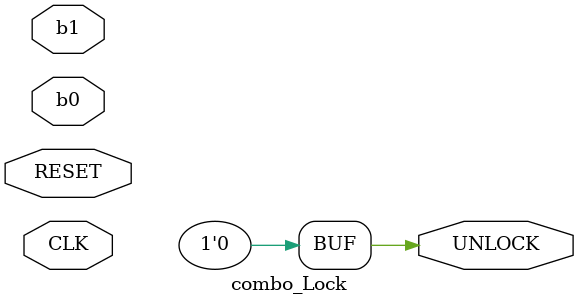
<source format=v>
`timescale 1ns / 1ps

module combo_Lock
(
    input CLK, RESET,
    input b0, b1,
    output reg UNLOCK
    
);
    localparam s0 = 3'b000, s1 = 3'b001, 
                s2 = 3'b010, s3 = 3'b011, s4 = 3'b100;
    
    initial UNLOCK = 0;
    
    reg [2 : 0] current_state, next_state;
    
    // State Registers
    always @ (posedge CLK or posedge RESET)
    begin
        if(RESET) current_state <= s0;
        else current_state <= next_state;
    end
    
    // Next State Logic
    always @ (current_state or b0 or b1)
    begin
        case(current_state)
            s0: if(b0)
                    next_state = s1;
                else if(b1)
                    next_state = s0;
            s1: if(b1)
                    next_state = s2;
                else if(b0)
                    next_state = s1;
            s2: if(b0)
                    next_state = s3;
                else if(b1)
                    next_state = s0;
            s3:;
            s4:;
            default next_state = s0;
        endcase
    end
    
    
    
    
    
endmodule



</source>
